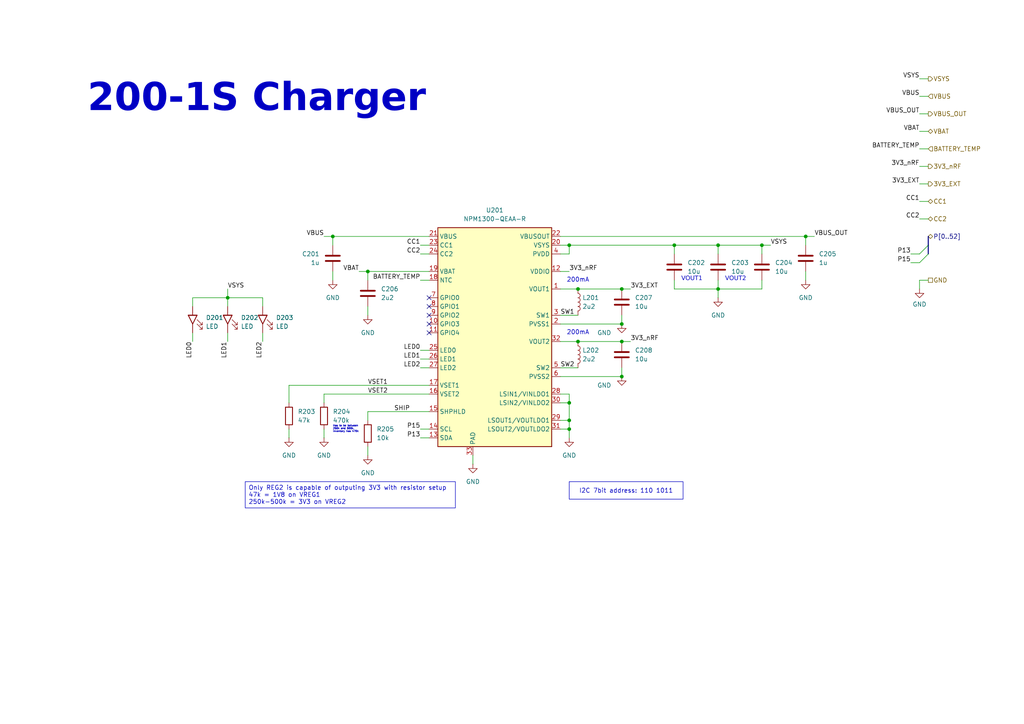
<source format=kicad_sch>
(kicad_sch (version 20231120) (generator "eeschema") (generator_version "8.0")
  (paper "A4")
  (title_block (title "PSoM - nRF52840") (date "2024-09-30") (rev "HW00") (company "PumaCorp") (comment 1 "Design by: NdG"))
  (lib_symbols
    (symbol "Component_lib:C" (pin_numbers hide) (pin_names (offset 0.254))
      (property "Reference" "C" (at 0.635 -1.27 0))
      (property "Value" "C" (at 0.635 -6.35 0))
      (symbol "C_0_1"
        (polyline (pts (xy -2.032 -4.572) (xy 2.032 -4.572)) (stroke (width 0.508)))
        (polyline (pts (xy -2.032 -3.048) (xy 2.032 -3.048)) (stroke (width 0.508)))
      )
      (symbol "C_1_1"
        (pin passive line (at 0 0 270) (length 2.794) (name "~") (number "1"))
        (pin passive line (at 0 -7.62 90) (length 2.794) (name "~") (number "2"))
      )
    )
    (symbol "Component_lib:L" (pin_numbers hide) (pin_names (offset 1.016) hide)
      (property "Reference" "L" (at 3.81 -1.27 0))
      (property "Value" "L" (at 3.81 1.905 0))
      (symbol "L_0_1"
        (arc (start 2.54 0) (mid 1.905 0.6323) (end 1.27 0))
        (arc (start 3.81 0) (mid 3.175 0.6323) (end 2.54 0))
        (arc (start 5.08 0.0027) (mid 4.445 0.635) (end 3.81 0.0027))
        (arc (start 6.35 0.0027) (mid 5.715 0.635) (end 5.08 0.0027))
      )
      (symbol "L_1_1"
        (pin passive line (at 0 0 0) (length 1.27) (name "1") (number "1"))
        (pin passive line (at 7.62 0 180) (length 1.27) (name "2") (number "2"))
      )
    )
    (symbol "Component_lib:LED" (pin_numbers hide) (pin_names (offset 1.016) hide)
      (property "Reference" "D" (at 3.81 2.54 0))
      (property "Value" "LED" (at 3.81 -2.54 0))
      (symbol "LED_0_1"
        (polyline (pts (xy 2.54 -1.27) (xy 2.54 1.27)) (stroke (width 0.254)))
        (polyline (pts (xy 2.54 0) (xy 2.54 0)))
        (polyline (pts (xy 2.54 1.27) (xy 5.08 0) (xy 2.54 -1.27)) (stroke (width 0.245)))
        (polyline (pts (xy 2.54 -1.27) (xy 2.54 1.27) (xy 2.54 0) (xy 2.54 -1.27)) (stroke (width 0.254)))
        (polyline (pts (xy 3.81 1.27) (xy 5.334 2.794) (xy 4.572 2.794) (xy 5.334 2.794) (xy 5.334 2.032)))
        (polyline (pts (xy 5.08 1.27) (xy 6.604 2.794) (xy 5.842 2.794) (xy 6.604 2.794) (xy 6.604 2.032)))
      )
      (symbol "LED_1_1"
        (pin passive line (at 0 0 0) (length 2.54) (name "A") (number "1"))
        (pin passive line (at 7.62 0 180) (length 2.54) (name "K") (number "2"))
      )
    )
    (symbol "Component_lib:NPM1300-QEAA-R"
      (property "Reference" "U" (at 2.54 7.62 0))
      (property "Value" "NPM1300-QEAA-R" (at 2.54 5.08 0))
      (symbol "NPM1300-QEAA-R_1_1"
        (rectangle (start 2.54 2.54) (end 35.56 -60.96) (stroke (width 0.254)) (fill (type background)))
        (pin power_in line (at 38.1 -15.24 180) (length 2.54) (name "VOUT1") (number "1"))
        (pin bidirectional line (at 0 -25.4 0) (length 2.54) (name "GPIO3") (number "10"))
        (pin bidirectional line (at 0 -27.94 0) (length 2.54) (name "GPIO4") (number "11"))
        (pin power_in line (at 38.1 -10.16 180) (length 2.54) (name "VDDIO") (number "12"))
        (pin bidirectional line (at 0 -58.42 0) (length 2.54) (name "SDA") (number "13"))
        (pin input line (at 0 -55.88 0) (length 2.54) (name "SCL") (number "14"))
        (pin input line (at 0 -50.8 0) (length 2.54) (name "SHPHLD") (number "15"))
        (pin input line (at 0 -45.72 0) (length 2.54) (name "VSET2") (number "16"))
        (pin input line (at 0 -43.18 0) (length 2.54) (name "VSET1") (number "17"))
        (pin input line (at 0 -12.7 0) (length 2.54) (name "NTC") (number "18"))
        (pin power_in line (at 0 -10.16 0) (length 2.54) (name "VBAT") (number "19"))
        (pin power_in line (at 38.1 -25.4 180) (length 2.54) (name "PVSS1") (number "2"))
        (pin power_in line (at 38.1 -2.54 180) (length 2.54) (name "VSYS") (number "20"))
        (pin power_in line (at 0 0 0) (length 2.54) (name "VBUS") (number "21"))
        (pin output line (at 38.1 0 180) (length 2.54) (name "VBUSOUT") (number "22"))
        (pin input line (at 0 -2.54 0) (length 2.54) (name "CC1") (number "23"))
        (pin input line (at 0 -5.08 0) (length 2.54) (name "CC2") (number "24"))
        (pin output line (at 0 -33.02 0) (length 2.54) (name "LED0") (number "25"))
        (pin output line (at 0 -35.56 0) (length 2.54) (name "LED1") (number "26"))
        (pin output line (at 0 -38.1 0) (length 2.54) (name "LED2") (number "27"))
        (pin power_in line (at 38.1 -45.72 180) (length 2.54) (name "LSIN1/VINLDO1") (number "28"))
        (pin power_in line (at 38.1 -53.34 180) (length 2.54) (name "LSOUT1/VOUTLDO1") (number "29"))
        (pin power_in line (at 38.1 -22.86 180) (length 2.54) (name "SW1") (number "3"))
        (pin power_in line (at 38.1 -48.26 180) (length 2.54) (name "LSIN2/VINLDO2") (number "30"))
        (pin power_in line (at 38.1 -55.88 180) (length 2.54) (name "LSOUT2/VOUTLDO2") (number "31"))
        (pin power_in line (at 38.1 -30.48 180) (length 2.54) (name "VOUT2") (number "32"))
        (pin power_in line (at 12.7 -63.5 90) (length 2.54) (name "PAD") (number "33"))
        (pin power_in line (at 38.1 -5.08 180) (length 2.54) (name "PVDD") (number "4"))
        (pin power_in line (at 38.1 -38.1 180) (length 2.54) (name "SW2") (number "5"))
        (pin power_in line (at 38.1 -40.64 180) (length 2.54) (name "PVSS2") (number "6"))
        (pin bidirectional line (at 0 -17.78 0) (length 2.54) (name "GPIO0") (number "7"))
        (pin bidirectional line (at 0 -20.32 0) (length 2.54) (name "GPIO1") (number "8"))
        (pin bidirectional line (at 0 -22.86 0) (length 2.54) (name "GPIO2") (number "9"))
      )
    )
    (symbol "Component_lib:R" (pin_numbers hide) (pin_names (offset 0))
      (property "Reference" "R" (at 2.032 -3.81 90))
      (property "Value" "R" (at 0 -3.81 90))
      (symbol "R_0_1"
        (rectangle (start -1.016 -6.35) (end 1.016 -1.27) (stroke (width 0.254)))
      )
      (symbol "R_1_1"
        (pin passive line (at 0 0 270) (length 1.27) (name "~") (number "1"))
        (pin passive line (at 0 -7.62 90) (length 1.27) (name "~") (number "2"))
      )
    )
    (symbol "GND_1" (power) (pin_numbers hide) (pin_names (offset 0) hide)
      (property "Value" "GND" (at 0 -3.81 0))
      (symbol "GND_1_0_1"
        (polyline (pts (xy 0 0) (xy 0 -1.27) (xy 1.27 -1.27) (xy 0 -2.54) (xy -1.27 -1.27) (xy 0 -1.27)))
      )
      (symbol "GND_1_1_1"
        (pin power_in line (at 0 0 270) (length 0) (name "~") (number "1"))
      )
    )
    (symbol "power:GND" (power) (pin_names (offset 0))
      (property "Value" "GND" (at 0 -3.81 0))
      (symbol "GND_0_1"
        (polyline (pts (xy 0 0) (xy 0 -1.27) (xy 1.27 -1.27) (xy 0 -2.54) (xy -1.27 -1.27) (xy 0 -1.27)))
      )
      (symbol "GND_1_1"
        (pin power_in line (at 0 0 270) (length 0) hide (name "GND") (number "1"))
      )
    )
  )
  (junction (at 106.68 78.74))
  (junction (at 165.1 116.84))
  (junction (at 180.34 99.06))
  (junction (at 180.34 83.82))
  (junction (at 220.98 71.12))
  (junction (at 165.1 124.46))
  (junction (at 165.1 121.92))
  (junction (at 195.58 71.12))
  (junction (at 167.64 83.82))
  (junction (at 167.64 99.06))
  (junction (at 208.28 71.12))
  (junction (at 233.68 68.58))
  (junction (at 180.34 93.98))
  (junction (at 180.34 109.22))
  (junction (at 66.04 86.36))
  (junction (at 208.28 83.82))
  (junction (at 165.1 71.12))
  (junction (at 96.52 68.58))
  (no_connect (at 124.46 88.9))
  (no_connect (at 124.46 93.98))
  (no_connect (at 124.46 86.36))
  (no_connect (at 124.46 91.44))
  (no_connect (at 124.46 96.52))
  (bus_entry (at 266.7 76.2) (size 2.54 -2.54))
  (bus_entry (at 266.7 73.66) (size 2.54 -2.54))
  (wire (pts (xy 106.68 121.92) (xy 106.68 119.38)))
  (wire (pts (xy 55.88 96.52) (xy 55.88 99.06)))
  (wire (pts (xy 83.82 111.76) (xy 124.46 111.76)))
  (wire (pts (xy 266.7 43.18) (xy 269.24 43.18)))
  (wire (pts (xy 182.88 83.82) (xy 180.34 83.82)))
  (wire (pts (xy 66.04 96.52) (xy 66.04 99.06)))
  (wire (pts (xy 167.64 83.82) (xy 180.34 83.82)))
  (wire (pts (xy 236.22 68.58) (xy 233.68 68.58)))
  (wire (pts (xy 121.92 101.6) (xy 124.46 101.6)))
  (wire (pts (xy 121.92 104.14) (xy 124.46 104.14)))
  (wire (pts (xy 76.2 86.36) (xy 76.2 88.9)))
  (wire (pts (xy 162.56 78.74) (xy 165.1 78.74)))
  (wire (pts (xy 208.28 71.12) (xy 220.98 71.12)))
  (wire (pts (xy 180.34 93.98) (xy 180.34 91.44)))
  (wire (pts (xy 66.04 83.82) (xy 66.04 86.36)))
  (wire (pts (xy 137.16 132.08) (xy 137.16 134.62)))
  (wire (pts (xy 66.04 86.36) (xy 55.88 86.36)))
  (wire (pts (xy 106.68 78.74) (xy 106.68 81.28)))
  (wire (pts (xy 220.98 83.82) (xy 220.98 81.28)))
  (wire (pts (xy 66.04 86.36) (xy 76.2 86.36)))
  (wire (pts (xy 165.1 71.12) (xy 165.1 73.66)))
  (wire (pts (xy 195.58 71.12) (xy 208.28 71.12)))
  (wire (pts (xy 165.1 121.92) (xy 165.1 124.46)))
  (wire (pts (xy 269.24 81.28) (xy 266.7 81.28)))
  (wire (pts (xy 233.68 78.74) (xy 233.68 81.28)))
  (wire (pts (xy 121.92 71.12) (xy 124.46 71.12)))
  (wire (pts (xy 83.82 116.84) (xy 83.82 111.76)))
  (wire (pts (xy 106.68 78.74) (xy 124.46 78.74)))
  (wire (pts (xy 162.56 83.82) (xy 167.64 83.82)))
  (wire (pts (xy 269.24 38.1) (xy 266.7 38.1)))
  (wire (pts (xy 76.2 96.52) (xy 76.2 99.06)))
  (wire (pts (xy 106.68 119.38) (xy 124.46 119.38)))
  (wire (pts (xy 93.98 124.46) (xy 93.98 127)))
  (wire (pts (xy 162.56 68.58) (xy 233.68 68.58)))
  (wire (pts (xy 96.52 68.58) (xy 124.46 68.58)))
  (wire (pts (xy 162.56 124.46) (xy 165.1 124.46)))
  (wire (pts (xy 266.7 58.42) (xy 269.24 58.42)))
  (wire (pts (xy 266.7 81.28) (xy 266.7 83.82)))
  (wire (pts (xy 83.82 124.46) (xy 83.82 127)))
  (bus (pts (xy 269.24 68.58) (xy 269.24 71.12)))
  (wire (pts (xy 121.92 127) (xy 124.46 127)))
  (wire (pts (xy 208.28 83.82) (xy 208.28 86.36)))
  (wire (pts (xy 162.56 116.84) (xy 165.1 116.84)))
  (bus (pts (xy 269.24 71.12) (xy 269.24 73.66)))
  (wire (pts (xy 208.28 71.12) (xy 208.28 73.66)))
  (wire (pts (xy 121.92 73.66) (xy 124.46 73.66)))
  (wire (pts (xy 266.7 53.34) (xy 269.24 53.34)))
  (wire (pts (xy 162.56 73.66) (xy 165.1 73.66)))
  (wire (pts (xy 220.98 71.12) (xy 220.98 73.66)))
  (wire (pts (xy 266.7 33.02) (xy 269.24 33.02)))
  (wire (pts (xy 121.92 81.28) (xy 124.46 81.28)))
  (wire (pts (xy 264.16 73.66) (xy 266.7 73.66)))
  (wire (pts (xy 162.56 106.68) (xy 167.64 106.68)))
  (wire (pts (xy 96.52 68.58) (xy 96.52 71.12)))
  (wire (pts (xy 165.1 121.92) (xy 162.56 121.92)))
  (wire (pts (xy 162.56 114.3) (xy 165.1 114.3)))
  (wire (pts (xy 208.28 83.82) (xy 220.98 83.82)))
  (wire (pts (xy 269.24 27.94) (xy 266.7 27.94)))
  (wire (pts (xy 121.92 106.68) (xy 124.46 106.68)))
  (wire (pts (xy 195.58 83.82) (xy 208.28 83.82)))
  (wire (pts (xy 162.56 93.98) (xy 180.34 93.98)))
  (wire (pts (xy 121.92 124.46) (xy 124.46 124.46)))
  (wire (pts (xy 165.1 71.12) (xy 195.58 71.12)))
  (wire (pts (xy 162.56 91.44) (xy 167.64 91.44)))
  (wire (pts (xy 266.7 63.5) (xy 269.24 63.5)))
  (wire (pts (xy 266.7 48.26) (xy 269.24 48.26)))
  (wire (pts (xy 93.98 114.3) (xy 93.98 116.84)))
  (wire (pts (xy 55.88 86.36) (xy 55.88 88.9)))
  (wire (pts (xy 162.56 99.06) (xy 167.64 99.06)))
  (wire (pts (xy 96.52 78.74) (xy 96.52 81.28)))
  (wire (pts (xy 220.98 71.12) (xy 223.52 71.12)))
  (wire (pts (xy 208.28 81.28) (xy 208.28 83.82)))
  (wire (pts (xy 195.58 81.28) (xy 195.58 83.82)))
  (wire (pts (xy 195.58 71.12) (xy 195.58 73.66)))
  (wire (pts (xy 106.68 129.54) (xy 106.68 132.08)))
  (wire (pts (xy 165.1 116.84) (xy 165.1 121.92)))
  (wire (pts (xy 180.34 106.68) (xy 180.34 109.22)))
  (wire (pts (xy 106.68 88.9) (xy 106.68 91.44)))
  (wire (pts (xy 93.98 68.58) (xy 96.52 68.58)))
  (wire (pts (xy 180.34 99.06) (xy 182.88 99.06)))
  (wire (pts (xy 124.46 114.3) (xy 93.98 114.3)))
  (wire (pts (xy 162.56 71.12) (xy 165.1 71.12)))
  (wire (pts (xy 264.16 76.2) (xy 266.7 76.2)))
  (wire (pts (xy 180.34 109.22) (xy 162.56 109.22)))
  (wire (pts (xy 165.1 114.3) (xy 165.1 116.84)))
  (wire (pts (xy 165.1 124.46) (xy 165.1 127)))
  (wire (pts (xy 104.14 78.74) (xy 106.68 78.74)))
  (wire (pts (xy 269.24 22.86) (xy 266.7 22.86)))
  (wire (pts (xy 167.64 99.06) (xy 180.34 99.06)))
  (wire (pts (xy 66.04 88.9) (xy 66.04 86.36)))
  (wire (pts (xy 233.68 68.58) (xy 233.68 71.12)))
  (text_box "Only REG2 is capable of outputing 3V3 with resistor setup\n47k = 1V8 on VREG1\n250k-500k = 3V3 on VREG2\n" (at 71.12 139.7 0) (size 60.96 7.62) (effects (font (size 1.27 1.27)) (justify left top)))
  (text_box "I2C 7bit address: 110 1011" (at 165.1 139.7 0) (size 33.02 5.08) (effects (font (size 1.27 1.27))))
  (text "200-1S Charger" (at 25.4 35.56 0) (effects (font (size 8 8) (thickness 1.6) (bold yes)) (justify left bottom)))
  (text "200mA" (at 167.64 81.28 0) (effects (font (size 1.27 1.27))))
  (text "Has to be between\n250k and 500k,\nInventory has 470k" (at 96.52 124.46 0) (effects (font (size 0.508 0.508)) (justify left)))
  (text "VOUT1" (at 200.66 81.28 0) (effects (font (size 1.27 1.27))))
  (text "200mA" (at 167.64 96.52 0) (effects (font (size 1.27 1.27))))
  (text "VOUT2" (at 213.36 81.28 0) (effects (font (size 1.27 1.27))))
  (label "CC2" (at 121.92 73.66 180))
  (label "VBAT" (at 104.14 78.74 180))
  (label "VSET1" (at 106.68 111.76 0))
  (label "VBUS" (at 93.98 68.58 180))
  (label "CC1" (at 266.7 58.42 180))
  (label "CC2" (at 266.7 63.5 180))
  (label "VBUS" (at 266.7 27.94 180))
  (label "LED2" (at 76.2 99.06 270))
  (label "BATTERY_TEMP" (at 121.92 81.28 180))
  (label "VSYS" (at 223.52 71.12 0))
  (label "P13" (at 121.92 127 180))
  (label "P15" (at 121.92 124.46 180))
  (label "VBUS_OUT" (at 266.7 33.02 180))
  (label "LED1" (at 66.04 99.06 270))
  (label "LED2" (at 121.92 106.68 180))
  (label "P13" (at 264.16 73.66 180))
  (label "LED0" (at 121.92 101.6 180))
  (label "LED0" (at 55.88 99.06 270))
  (label "3V3_nRF" (at 182.88 99.06 0))
  (label "VBUS_OUT" (at 236.22 68.58 0))
  (label "BATTERY_TEMP" (at 266.7 43.18 180))
  (label "SW2" (at 162.56 106.68 0))
  (label "SW1" (at 162.56 91.44 0))
  (label "CC1" (at 121.92 71.12 180))
  (label "3V3_nRF" (at 165.1 78.74 0))
  (label "3V3_nRF" (at 266.7 48.26 180))
  (label "3V3_EXT" (at 182.88 83.82 0))
  (label "3V3_EXT" (at 266.7 53.34 180))
  (label "VSYS" (at 66.04 83.82 0))
  (label "VBAT" (at 266.7 38.1 180))
  (label "LED1" (at 121.92 104.14 180))
  (label "P15" (at 264.16 76.2 180))
  (label "VSET2" (at 106.68 114.3 0))
  (label "SHIP" (at 114.3 119.38 0))
  (label "VSYS" (at 266.7 22.86 180))
  (hierarchical_label "BATTERY_TEMP" (shape input) (at 269.24 43.18 0))
  (hierarchical_label "3V3_EXT" (shape output) (at 269.24 53.34 0))
  (hierarchical_label "VBAT" (shape bidirectional) (at 269.24 38.1 0))
  (hierarchical_label "VSYS" (shape output) (at 269.24 22.86 0))
  (hierarchical_label "3V3_nRF" (shape output) (at 269.24 48.26 0))
  (hierarchical_label "P[0..52]" (shape bidirectional) (at 269.24 68.58 0))
  (hierarchical_label "GND" (shape passive) (at 269.24 81.28 0))
  (hierarchical_label "VBUS_OUT" (shape output) (at 269.24 33.02 0))
  (hierarchical_label "CC2" (shape bidirectional) (at 269.24 63.5 0))
  (hierarchical_label "CC1" (shape bidirectional) (at 269.24 58.42 0))
  (hierarchical_label "VBUS" (shape input) (at 269.24 27.94 0))
  (symbol (lib_name "GND_1") (lib_id "power:GND") (at 137.16 134.62 0) (unit 1)
    (property "Reference" "#PWR025" (effects (hide yes)))
    (property "Value" "GND" (at 137.16 139.7 0))
    (property "Description" "Power symbol creates a global label with name \"GND\" , ground" (effects (hide yes)))
  )
  (symbol (lib_name "GND_1") (lib_id "power:GND") (at 93.98 127 0) (unit 1)
    (property "Reference" "#PWR024" (effects (hide yes)))
    (property "Value" "GND" (at 93.98 132.08 0))
    (property "Description" "Power symbol creates a global label with name \"GND\" , ground" (effects (hide yes)))
  )
  (symbol (lib_name "GND_1") (lib_id "power:GND") (at 233.68 81.28 0) (unit 1)
    (property "Reference" "#PWR030" (effects (hide yes)))
    (property "Value" "GND" (at 233.68 86.36 0))
    (property "Description" "Power symbol creates a global label with name \"GND\" , ground" (effects (hide yes)))
  )
  (symbol (lib_id "Component_lib:L") (at 167.64 99.06 270) (unit 1)
    (property "Reference" "L202" (at 168.91 101.5999 90) (effects (justify left)))
    (property "Value" "2u2" (at 168.91 104.1399 90) (effects (justify left)))
    (property "Footprint" "Inductor_SMD:L_0603_1608Metric" (effects (hide yes)))
    (property "Description" "Inductor" (effects (hide yes)))
  )
  (symbol (lib_id "Component_lib:LED") (at 76.2 88.9 270) (unit 1)
    (property "Reference" "D203" (at 80.01 92.1384 90) (effects (justify left)))
    (property "Value" "LED" (at 80.01 94.6784 90) (effects (justify left)))
    (property "Footprint" "LED_SMD:LED_0402_1005Metric" (effects (hide yes)))
    (property "Description" "Light emitting diode" (effects (hide yes)))
  )
  (symbol (lib_id "Component_lib:C") (at 220.98 73.66 0) (unit 1)
    (property "Reference" "C204" (at 224.79 76.1999 0) (effects (justify left)))
    (property "Value" "10u" (at 224.79 78.7399 0) (effects (justify left)))
    (property "Footprint" "Capacitor_SMD:C_0603_1608Metric" (effects (hide yes)))
    (property "Description" "Unpolarized capacitor" (effects (hide yes)))
  )
  (symbol (lib_id "Component_lib:C") (at 106.68 81.28 0) (unit 1)
    (property "Reference" "C206" (at 110.49 83.8199 0) (effects (justify left)))
    (property "Value" "2u2" (at 110.49 86.3599 0) (effects (justify left)))
    (property "Footprint" "Capacitor_SMD:C_0603_1608Metric" (effects (hide yes)))
    (property "Description" "Unpolarized capacitor" (effects (hide yes)))
  )
  (symbol (lib_id "Component_lib:L") (at 167.64 83.82 270) (unit 1)
    (property "Reference" "L201" (at 168.91 86.3599 90) (effects (justify left)))
    (property "Value" "2u2" (at 168.91 88.8999 90) (effects (justify left)))
    (property "Footprint" "Inductor_SMD:L_0603_1608Metric" (effects (hide yes)))
    (property "Description" "Inductor" (effects (hide yes)))
  )
  (symbol (lib_name "GND_1") (lib_id "power:GND") (at 208.28 86.36 0) (unit 1)
    (property "Reference" "#PWR031" (effects (hide yes)))
    (property "Value" "GND" (at 208.28 91.44 0))
    (property "Description" "Power symbol creates a global label with name \"GND\" , ground" (effects (hide yes)))
  )
  (symbol (lib_id "power:GND") (at 266.7 83.82 0) (unit 1)
    (property "Reference" "#PWR0202" (effects (hide yes)))
    (property "Value" "GND" (at 266.7 88.2634 0))
  )
  (symbol (lib_name "GND_1") (lib_id "power:GND") (at 106.68 91.44 0) (unit 1)
    (property "Reference" "#PWR026" (effects (hide yes)))
    (property "Value" "GND" (at 106.68 96.52 0))
    (property "Description" "Power symbol creates a global label with name \"GND\" , ground" (effects (hide yes)))
  )
  (symbol (lib_id "Component_lib:R") (at 106.68 121.92 0) (unit 1)
    (property "Reference" "R205" (at 109.22 124.4599 0) (effects (justify left)))
    (property "Value" "10k" (at 109.22 126.9999 0) (effects (justify left)))
    (property "Footprint" "Resistor_SMD:R_0201_0603Metric" (effects (hide yes)))
    (property "Description" "Resistor" (effects (hide yes)))
  )
  (symbol (lib_name "GND_1") (lib_id "power:GND") (at 180.34 93.98 0) (unit 1)
    (property "Reference" "#PWR029" (effects (hide yes)))
    (property "Value" "GND" (at 175.26 96.52 0))
    (property "Description" "Power symbol creates a global label with name \"GND\" , ground" (effects (hide yes)))
  )
  (symbol (lib_id "Component_lib:NPM1300-QEAA-R") (at 124.46 68.58 0) (unit 1)
    (property "Reference" "U201" (at 143.51 60.96 0))
    (property "Value" "NPM1300-QEAA-R" (at 143.51 63.5 0))
    (property "Footprint" "Component_lib:NPM1300-QEAA-R" (effects (hide yes)))
    (property "Datasheet" "https://www.mouser.ch/ProductDetail/Nordic-Semiconductor/nPM1300-QEAA-R?qs=3pZoU%2F6IRTiFavqFmjPoaw%3D%3D" (effects (hide yes)))
    (property "Description" "Power Management IC (PMIC) with battery charging, accurate fuel gauging and advanced system management features." (effects (hide yes)))
    (property "Height" "0.9" (effects (hide yes)))
    (property "Mouser Part Number" "949-NPM1300-QEAA-R" (effects (hide yes)))
    (property "Mouser Price/Stock" "https://www.mouser.co.uk/ProductDetail/Nordic-Semiconductor/nPM1300-QEAA-R?qs=3pZoU%2F6IRTiFavqFmjPoaw%3D%3D" (effects (hide yes)))
    (property "Manufacturer_Name" "Nordic Semiconductor" (effects (hide yes)))
    (property "Manufacturer_Part_Number" "NPM1300-QEAA-R" (effects (hide yes)))
  )
  (symbol (lib_id "Component_lib:C") (at 96.52 78.74 0) (mirror x) (unit 1)
    (property "Reference" "C201" (at 92.71 73.6599 0) (effects (justify right)))
    (property "Value" "1u" (at 92.71 76.1999 0) (effects (justify right)))
    (property "Footprint" "Capacitor_SMD:C_0402_1005Metric" (effects (hide yes)))
    (property "Description" "Unpolarized capacitor" (effects (hide yes)))
  )
  (symbol (lib_name "GND_1") (lib_id "power:GND") (at 165.1 127 0) (unit 1)
    (property "Reference" "#PWR032" (effects (hide yes)))
    (property "Value" "GND" (at 165.1 132.08 0))
    (property "Description" "Power symbol creates a global label with name \"GND\" , ground" (effects (hide yes)))
  )
  (symbol (lib_name "GND_1") (lib_id "power:GND") (at 180.34 109.22 0) (unit 1)
    (property "Reference" "#PWR028" (effects (hide yes)))
    (property "Value" "GND" (at 175.26 111.76 0))
    (property "Description" "Power symbol creates a global label with name \"GND\" , ground" (effects (hide yes)))
  )
  (symbol (lib_id "Component_lib:C") (at 208.28 73.66 0) (unit 1)
    (property "Reference" "C203" (at 212.09 76.1999 0) (effects (justify left)))
    (property "Value" "10u" (at 212.09 78.7399 0) (effects (justify left)))
    (property "Footprint" "Capacitor_SMD:C_0603_1608Metric" (effects (hide yes)))
    (property "Description" "Unpolarized capacitor" (effects (hide yes)))
  )
  (symbol (lib_name "GND_1") (lib_id "power:GND") (at 106.68 132.08 0) (unit 1)
    (property "Reference" "#PWR011" (effects (hide yes)))
    (property "Value" "GND" (at 106.68 137.16 0))
    (property "Description" "Power symbol creates a global label with name \"GND\" , ground" (effects (hide yes)))
  )
  (symbol (lib_id "Component_lib:R") (at 83.82 116.84 0) (unit 1)
    (property "Reference" "R203" (at 86.36 119.3799 0) (effects (justify left)))
    (property "Value" "47k" (at 86.36 121.9199 0) (effects (justify left)))
    (property "Footprint" "Resistor_SMD:R_0201_0603Metric" (effects (hide yes)))
    (property "Description" "Resistor" (effects (hide yes)))
  )
  (symbol (lib_id "Component_lib:R") (at 93.98 116.84 0) (unit 1)
    (property "Reference" "R204" (at 96.52 119.3799 0) (effects (justify left)))
    (property "Value" "470k" (at 96.52 121.9199 0) (effects (justify left)))
    (property "Footprint" "Resistor_SMD:R_0201_0603Metric" (effects (hide yes)))
    (property "Description" "Resistor" (effects (hide yes)))
  )
  (symbol (lib_name "GND_1") (lib_id "power:GND") (at 83.82 127 0) (unit 1)
    (property "Reference" "#PWR010" (effects (hide yes)))
    (property "Value" "GND" (at 83.82 132.08 0))
    (property "Description" "Power symbol creates a global label with name \"GND\" , ground" (effects (hide yes)))
  )
  (symbol (lib_id "Component_lib:LED") (at 55.88 88.9 270) (unit 1)
    (property "Reference" "D201" (at 59.69 92.1384 90) (effects (justify left)))
    (property "Value" "LED" (at 59.69 94.6784 90) (effects (justify left)))
    (property "Footprint" "LED_SMD:LED_0402_1005Metric" (effects (hide yes)))
    (property "Description" "Light emitting diode" (effects (hide yes)))
  )
  (symbol (lib_id "Component_lib:LED") (at 66.04 88.9 270) (unit 1)
    (property "Reference" "D202" (at 69.85 92.1384 90) (effects (justify left)))
    (property "Value" "LED" (at 69.85 94.6784 90) (effects (justify left)))
    (property "Footprint" "LED_SMD:LED_0402_1005Metric" (effects (hide yes)))
    (property "Description" "Light emitting diode" (effects (hide yes)))
  )
  (symbol (lib_id "Component_lib:C") (at 180.34 99.06 0) (unit 1)
    (property "Reference" "C208" (at 184.15 101.5999 0) (effects (justify left)))
    (property "Value" "10u" (at 184.15 104.1399 0) (effects (justify left)))
    (property "Footprint" "Capacitor_SMD:C_0402_1005Metric_Pad0.74x0.62mm_HandSolder" (effects (hide yes)))
    (property "Description" "Unpolarized capacitor" (effects (hide yes)))
  )
  (symbol (lib_name "GND_1") (lib_id "power:GND") (at 96.52 81.28 0) (unit 1)
    (property "Reference" "#PWR027" (effects (hide yes)))
    (property "Value" "GND" (at 96.52 86.36 0))
    (property "Description" "Power symbol creates a global label with name \"GND\" , ground" (effects (hide yes)))
  )
  (symbol (lib_id "Component_lib:C") (at 180.34 83.82 0) (unit 1)
    (property "Reference" "C207" (at 184.15 86.3599 0) (effects (justify left)))
    (property "Value" "10u" (at 184.15 88.8999 0) (effects (justify left)))
    (property "Footprint" "Capacitor_SMD:C_0402_1005Metric" (effects (hide yes)))
    (property "Description" "Unpolarized capacitor" (effects (hide yes)))
  )
  (symbol (lib_id "Component_lib:C") (at 233.68 71.12 0) (unit 1)
    (property "Reference" "C205" (at 237.49 73.6599 0) (effects (justify left)))
    (property "Value" "1u" (at 237.49 76.1999 0) (effects (justify left)))
    (property "Footprint" "Capacitor_SMD:C_0402_1005Metric" (effects (hide yes)))
    (property "Description" "Unpolarized capacitor" (effects (hide yes)))
  )
  (symbol (lib_id "Component_lib:C") (at 195.58 73.66 0) (unit 1)
    (property "Reference" "C202" (at 199.39 76.1999 0) (effects (justify left)))
    (property "Value" "10u" (at 199.39 78.7399 0) (effects (justify left)))
    (property "Footprint" "Capacitor_SMD:C_0603_1608Metric" (effects (hide yes)))
    (property "Description" "Unpolarized capacitor" (effects (hide yes)))
  )
)
</source>
